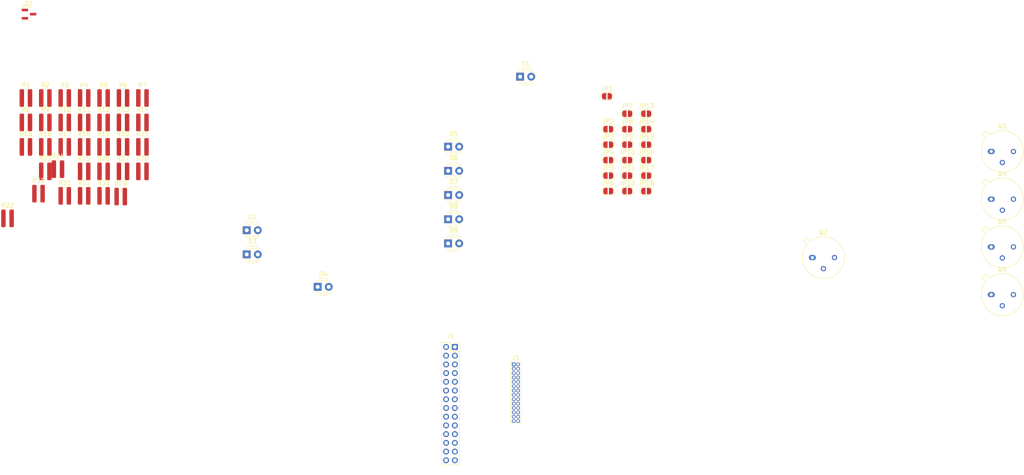
<source format=kicad_pcb>
(kicad_pcb (version 20240108) (generator "pcbnew") (generator_version "8.0")
  (layers (0 "F.Cu" signal) (31 "B.Cu" signal) (34 "B.Paste" user) (35 "F.Paste" user) (36 "B.SilkS" user "B.Silkscreen") (37 "F.SilkS" user "F.Silkscreen") (38 "B.Mask" user) (39 "F.Mask" user) (44 "Edge.Cuts" user))
  (net 0 "")
  (net 1 "GND")
  (net 2 "Net-(Q1-B)")
  (net 3 "Net-(D1-K)")
  (net 4 "Net-(Q2-B)")
  (net 5 "Net-(D5-K)")
  (net 7 "Net-(D1-A)")
  (net 8 "/BATT")
  (net 9 "Net-(JP2-A)")
  (net 10 "/PWM Left")
  (net 12 "Net-(JP3-A)")
  (net 13 "Net-(D5-A)")
  (net 15 "Net-(JP4-B)")
  (net 18 "Net-(JP8-A)")
  (net 19 "Net-(D6-A)")
  (net 20 "Net-(JP7-A)")
  (net 21 "Net-(JP7-B)")
  (net 22 "Net-(JP11-A)")
  (net 23 "Net-(JP10-A)")
  (net 24 "Net-(D7-A)")
  (net 25 "Net-(JP10-B)")
  (net 26 "Net-(JP13-A)")
  (net 27 "Net-(D8-A)")
  (net 28 "Net-(JP13-B)")
  (net 29 "Net-(JP14-A)")
  (net 30 "Net-(JP16-A)")
  (net 31 "Net-(D9-A)")
  (net 32 "Net-(JP16-B)")
  (net 33 "Net-(JP17-A)")
  (net 34 "/Signal Left")
  (net 35 "/Signal Centre")
  (net 36 "/Signal Right")
  (net 47 "/PWM Centre")
  (net 51 "/3V3")
  (net 58 "/PWM Right")
  (net 61 "Net-(D7-K)")
  (net 62 "Net-(D8-K)")
  (net 63 "Net-(D9-K)")
  (net 64 "Net-(Q3-B)")
  (net 67 "Net-(Q4-B)")
  (net 68 "Net-(Q5-B)")
  (net 69 "Net-(Q6-B)")
  (net 70 "Net-(JP2-B)")
  (net 71 "Net-(JP1-A)")
  (footprint "Connector_PinSocket_2.00mm:PinSocket_2x14_P2.00mm_Vertical" (layer "F.Cu") (at 200 -37.5)
    (property "Reference" "J1" (at -1 -2.5 0) (layer "F.SilkS"))
    (property "Value" "Conn_02x14_Odd_Even_MountingPin")
    (pad "1" thru_hole rect (at 0 0) (size 1.35 1.35) (drill 0.8) (layers "*.Cu" "*.Mask"))
    (pad "2" thru_hole oval (at -2 0) (size 1.35 1.35) (drill 0.8) (layers "*.Cu" "*.Mask") (net 51 "/3V3"))
    (pad "3" thru_hole oval (at 0 2) (size 1.35 1.35) (drill 0.8) (layers "*.Cu" "*.Mask"))
    (pad "4" thru_hole oval (at -2 2) (size 1.35 1.35) (drill 0.8) (layers "*.Cu" "*.Mask") (net 8 "/BATT"))
    (pad "5" thru_hole oval (at 0 4) (size 1.35 1.35) (drill 0.8) (layers "*.Cu" "*.Mask") (net 34 "/Signal Left"))
    (pad "6" thru_hole oval (at -2 4) (size 1.35 1.35) (drill 0.8) (layers "*.Cu" "*.Mask"))
    (pad "7" thru_hole oval (at 0 6) (size 1.35 1.35) (drill 0.8) (layers "*.Cu" "*.Mask") (net 35 "/Signal Centre"))
    (pad "8" thru_hole oval (at -2 6) (size 1.35 1.35) (drill 0.8) (layers "*.Cu" "*.Mask") (net 10 "/PWM Left"))
    (pad "9" thru_hole oval (at 0 8) (size 1.35 1.35) (drill 0.8) (layers "*.Cu" "*.Mask") (net 1 "GND"))
    (pad "10" thru_hole oval (at -2 8) (size 1.35 1.35) (drill 0.8) (layers "*.Cu" "*.Mask") (net 47 "/PWM Centre"))
    (pad "11" thru_hole oval (at 0 10) (size 1.35 1.35) (drill 0.8) (layers "*.Cu" "*.Mask") (net 36 "/Signal Right"))
    (pad "12" thru_hole oval (at -2 10) (size 1.35 1.35) (drill 0.8) (layers "*.Cu" "*.Mask") (net 58 "/PWM Right"))
    (pad "13" thru_hole oval (at 0 12) (size 1.35 1.35) (drill 0.8) (layers "*.Cu" "*.Mask"))
    (pad "14" thru_hole oval (at -2 12) (size 1.35 1.35) (drill 0.8) (layers "*.Cu" "*.Mask"))
    (pad "15" thru_hole oval (at 0 14) (size 1.35 1.35) (drill 0.8) (layers "*.Cu" "*.Mask"))
    (pad "16" thru_hole oval (at -2 14) (size 1.35 1.35) (drill 0.8) (layers "*.Cu" "*.Mask"))
    (pad "17" thru_hole oval (at 0 16) (size 1.35 1.35) (drill 0.8) (layers "*.Cu" "*.Mask"))
    (pad "18" thru_hole oval (at -2 16) (size 1.35 1.35) (drill 0.8) (layers "*.Cu" "*.Mask"))
    (pad "19" thru_hole oval (at 0 18) (size 1.35 1.35) (drill 0.8) (layers "*.Cu" "*.Mask"))
    (pad "20" thru_hole oval (at -2 18) (size 1.35 1.35) (drill 0.8) (layers "*.Cu" "*.Mask"))
    (pad "21" thru_hole oval (at 0 20) (size 1.35 1.35) (drill 0.8) (layers "*.Cu" "*.Mask"))
    (pad "22" thru_hole oval (at -2 20) (size 1.35 1.35) (drill 0.8) (layers "*.Cu" "*.Mask"))
    (pad "23" thru_hole oval (at 0 22) (size 1.35 1.35) (drill 0.8) (layers "*.Cu" "*.Mask"))
    (pad "24" thru_hole oval (at -2 22) (size 1.35 1.35) (drill 0.8) (layers "*.Cu" "*.Mask"))
    (pad "25" thru_hole oval (at 0 24) (size 1.35 1.35) (drill 0.8) (layers "*.Cu" "*.Mask"))
    (pad "26" thru_hole oval (at -2 24) (size 1.35 1.35) (drill 0.8) (layers "*.Cu" "*.Mask"))
    (pad "27" thru_hole oval (at 0 26) (size 1.35 1.35) (drill 0.8) (layers "*.Cu" "*.Mask"))
    (pad "28" thru_hole oval (at -2 26) (size 1.35 1.35) (drill 0.8) (layers "*.Cu" "*.Mask"))
  )
  (footprint "Jumper:SolderJumper-2_P1.3mm_Open_RoundedPad1.0x1.5mm" (layer "F.Cu") (at 239.5 -80.35)
    (property "Reference" "JP10" (at 0 -1.8 0) (layer "F.SilkS"))
    (property "Value" "Jumper_2_Open")
    (pad "1" smd custom (at -0.65 0) (size 1 0.5) (layers "F.Cu" "F.Mask") (net 23 "Net-(JP10-A)") (options (clearance outline) (anchor rect)) (primitives (gr_circle (center 0 0.25) (end 0.5 0.25) (width 0) (fill yes)) (gr_circle (center 0 -0.25) (end 0.5 -0.25) (width 0) (fill yes)) (gr_poly (pts (xy 0.5 0.75) (xy 0 0.75) (xy 0 -0.75) (xy 0.5 -0.75)) (width 0) (fill yes))))
    (pad "2" smd custom (at 0.65 0) (size 1 0.5) (layers "F.Cu" "F.Mask") (net 25 "Net-(JP10-B)") (options (clearance outline) (anchor rect)) (primitives (gr_circle (center 0 0.25) (end 0.5 0.25) (width 0) (fill yes)) (gr_circle (center 0 -0.25) (end 0.5 -0.25) (width 0) (fill yes)) (gr_poly (pts (xy 0 0.75) (xy -0.5 0.75) (xy -0.5 -0.75) (xy 0 -0.75)) (width 0) (fill yes))))
  )
  (footprint "Jumper:SolderJumper-2_P1.3mm_Open_RoundedPad1.0x1.5mm" (layer "F.Cu") (at 243.85 -76.8)
    (property "Reference" "JP17" (at 0 -1.8 0) (layer "F.SilkS"))
    (property "Value" "Jumper_2_Open")
    (pad "1" smd custom (at -0.65 0) (size 1 0.5) (layers "F.Cu" "F.Mask") (net 33 "Net-(JP17-A)") (options (clearance outline) (anchor rect)) (primitives (gr_circle (center 0 0.25) (end 0.5 0.25) (width 0) (fill yes)) (gr_circle (center 0 -0.25) (end 0.5 -0.25) (width 0) (fill yes)) (gr_poly (pts (xy 0.5 0.75) (xy 0 0.75) (xy 0 -0.75) (xy 0.5 -0.75)) (width 0) (fill yes))))
    (pad "2" smd custom (at 0.65 0) (size 1 0.5) (layers "F.Cu" "F.Mask") (net 10 "/PWM Left") (options (clearance outline) (anchor rect)) (primitives (gr_circle (center 0 0.25) (end 0.5 0.25) (width 0) (fill yes)) (gr_circle (center 0 -0.25) (end 0.5 -0.25) (width 0) (fill yes)) (gr_poly (pts (xy 0 0.75) (xy -0.5 0.75) (xy -0.5 -0.75) (xy 0 -0.75)) (width 0) (fill yes))))
  )
  (footprint "Jumper:SolderJumper-2_P1.3mm_Open_RoundedPad1.0x1.5mm" (layer "F.Cu") (at 239.5 -91)
    (property "Reference" "JP7" (at 0 -1.8 0) (layer "F.SilkS"))
    (property "Value" "Jumper_2_Open")
    (pad "1" smd custom (at -0.65 0) (size 1 0.5) (layers "F.Cu" "F.Mask") (net 20 "Net-(JP7-A)") (options (clearance outline) (anchor rect)) (primitives (gr_circle (center 0 0.25) (end 0.5 0.25) (width 0) (fill yes)) (gr_circle (center 0 -0.25) (end 0.5 -0.25) (width 0) (fill yes)) (gr_poly (pts (xy 0.5 0.75) (xy 0 0.75) (xy 0 -0.75) (xy 0.5 -0.75)) (width 0) (fill yes))))
    (pad "2" smd custom (at 0.65 0) (size 1 0.5) (layers "F.Cu" "F.Mask") (net 21 "Net-(JP7-B)") (options (clearance outline) (anchor rect)) (primitives (gr_circle (center 0 0.25) (end 0.5 0.25) (width 0) (fill yes)) (gr_circle (center 0 -0.25) (end 0.5 -0.25) (width 0) (fill yes)) (gr_poly (pts (xy 0 0.75) (xy -0.5 0.75) (xy -0.5 -0.75) (xy 0 -0.75)) (width 0) (fill yes))))
  )
  (footprint "LED_THT:LED_D3.0mm_IRBlack" (layer "F.Cu") (at 198.46 -61.25)
    (property "Reference" "D9" (at 1.27 -2.96 0) (layer "F.SilkS"))
    (property "Value" "SFH4544")
    (pad "1" thru_hole rect (at 0 0) (size 1.8 1.8) (drill 0.9) (layers "*.Cu" "*.Mask") (net 63 "Net-(D9-K)"))
    (pad "2" thru_hole circle (at 2.54 0) (size 1.8 1.8) (drill 0.9) (layers "*.Cu" "*.Mask") (net 31 "Net-(D9-A)"))
  )
  (footprint "Jumper:SolderJumper-2_P1.3mm_Open_RoundedPad1.0x1.5mm" (layer "F.Cu") (at 239.5 -83.9)
    (property "Reference" "JP9" (at 0 -1.8 0) (layer "F.SilkS"))
    (property "Value" "Jumper_2_Open")
    (pad "1" smd custom (at -0.65 0) (size 1 0.5) (layers "F.Cu" "F.Mask") (net 21 "Net-(JP7-B)") (options (clearance outline) (anchor rect)) (primitives (gr_circle (center 0 0.25) (end 0.5 0.25) (width 0) (fill yes)) (gr_circle (center 0 -0.25) (end 0.5 -0.25) (width 0) (fill yes)) (gr_poly (pts (xy 0.5 0.75) (xy 0 0.75) (xy 0 -0.75) (xy 0.5 -0.75)) (width 0) (fill yes))))
    (pad "2" smd custom (at 0.65 0) (size 1 0.5) (layers "F.Cu" "F.Mask") (net 8 "/BATT") (options (clearance outline) (anchor rect)) (primitives (gr_circle (center 0 0.25) (end 0.5 0.25) (width 0) (fill yes)) (gr_circle (center 0 -0.25) (end 0.5 -0.25) (width 0) (fill yes)) (gr_poly (pts (xy 0 0.75) (xy -0.5 0.75) (xy -0.5 -0.75) (xy 0 -0.75)) (width 0) (fill yes))))
  )
  (footprint "Package_TO_SOT_THT:TO-39-3" (layer "F.Cu") (at 322.92 -82.35)
    (property "Reference" "Q3" (at 2.54 -5.82 0) (layer "F.SilkS"))
    (property "Value" "S5805")
    (pad "1" thru_hole oval (at 0 0) (size 1.6 1.2) (drill 0.7) (layers "*.Cu" "*.Mask"))
    (pad "2" thru_hole oval (at 2.54 2.54) (size 1.2 1.2) (drill 0.7) (layers "*.Cu" "*.Mask") (net 64 "Net-(Q3-B)"))
    (pad "3" thru_hole oval (at 5.08 0) (size 1.2 1.2) (drill 0.7) (layers "*.Cu" "*.Mask"))
  )
  (footprint "Jumper:SolderJumper-2_P1.3mm_Open_RoundedPad1.0x1.5mm" (layer "F.Cu") (at 243.85 -87.45)
    (property "Reference" "JP14" (at 0 -1.8 0) (layer "F.SilkS"))
    (property "Value" "Jumper_2_Open")
    (pad "1" smd custom (at -0.65 0) (size 1 0.5) (layers "F.Cu" "F.Mask") (net 29 "Net-(JP14-A)") (options (clearance outline) (anchor rect)) (primitives (gr_circle (center 0 0.25) (end 0.5 0.25) (width 0) (fill yes)) (gr_circle (center 0 -0.25) (end 0.5 -0.25) (width 0) (fill yes)) (gr_poly (pts (xy 0.5 0.75) (xy 0 0.75) (xy 0 -0.75) (xy 0.5 -0.75)) (width 0) (fill yes))))
    (pad "2" smd custom (at 0.65 0) (size 1 0.5) (layers "F.Cu" "F.Mask") (net 10 "/PWM Left") (options (clearance outline) (anchor rect)) (primitives (gr_circle (center 0 0.25) (end 0.5 0.25) (width 0) (fill yes)) (gr_circle (center 0 -0.25) (end 0.5 -0.25) (width 0) (fill yes)) (gr_poly (pts (xy 0 0.75) (xy -0.5 0.75) (xy -0.5 -0.75) (xy 0 -0.75)) (width 0) (fill yes))))
  )
  (footprint "Jumper:SolderJumper-2_P1.3mm_Open_RoundedPad1.0x1.5mm" (layer "F.Cu") (at 243.85 -73.25)
    (property "Reference" "JP18" (at 0 -1.8 0) (layer "F.SilkS"))
    (property "Value" "Jumper_2_Open")
    (pad "1" smd custom (at -0.65 0) (size 1 0.5) (layers "F.Cu" "F.Mask") (net 32 "Net-(JP16-B)") (options (clearance outline) (anchor rect)) (primitives (gr_circle (center 0 0.25) (end 0.5 0.25) (width 0) (fill yes)) (gr_circle (center 0 -0.25) (end 0.5 -0.25) (width 0) (fill yes)) (gr_poly (pts (xy 0.5 0.75) (xy 0 0.75) (xy 0 -0.75) (xy 0.5 -0.75)) (width 0) (fill yes))))
    (pad "2" smd custom (at 0.65 0) (size 1 0.5) (layers "F.Cu" "F.Mask") (net 8 "/BATT") (options (clearance outline) (anchor rect)) (primitives (gr_circle (center 0 0.25) (end 0.5 0.25) (width 0) (fill yes)) (gr_circle (center 0 -0.25) (end 0.5 -0.25) (width 0) (fill yes)) (gr_poly (pts (xy 0 0.75) (xy -0.5 0.75) (xy -0.5 -0.75) (xy 0 -0.75)) (width 0) (fill yes))))
  )
  (footprint "Jumper:SolderJumper-2_P1.3mm_Open_RoundedPad1.0x1.5mm" (layer "F.Cu") (at 235.15 -80.35)
    (property "Reference" "JP4" (at 0 -1.8 0) (layer "F.SilkS"))
    (property "Value" "Jumper_2_Open")
    (pad "1" smd custom (at -0.65 0) (size 1 0.5) (layers "F.Cu" "F.Mask") (options (clearance outline) (anchor rect)) (primitives (gr_circle (center 0 0.25) (end 0.5 0.25) (width 0) (fill yes)) (gr_circle (center 0 -0.25) (end 0.5 -0.25) (width 0) (fill yes)) (gr_poly (pts (xy 0.5 0.75) (xy 0 0.75) (xy 0 -0.75) (xy 0.5 -0.75)) (width 0) (fill yes))))
    (pad "2" smd custom (at 0.65 0) (size 1 0.5) (layers "F.Cu" "F.Mask") (net 15 "Net-(JP4-B)") (options (clearance outline) (anchor rect)) (primitives (gr_circle (center 0 0.25) (end 0.5 0.25) (width 0) (fill yes)) (gr_circle (center 0 -0.25) (end 0.5 -0.25) (width 0) (fill yes)) (gr_poly (pts (xy 0 0.75) (xy -0.5 0.75) (xy -0.5 -0.75) (xy 0 -0.75)) (width 0) (fill yes))))
  )
  (footprint "Resistor_SMD:R_0815_2038Metric" (layer "F.Cu") (at 110.6125 -94.61)
    (property "Reference" "R3" (at 0 -2.98 0) (layer "F.SilkS"))
    (property "Value" "15")
    (pad "1" smd roundrect (at -0.9375 0) (size 1.025 4.05) (layers "F.Cu" "F.Paste" "F.Mask") (roundrect_rratio 0.243902) (net 9 "Net-(JP2-A)"))
    (pad "2" smd roundrect (at 0.9375 0) (size 1.025 4.05) (layers "F.Cu" "F.Paste" "F.Mask") (roundrect_rratio 0.243902) (net 7 "Net-(D1-A)"))
  )
  (footprint "Resistor_SMD:R_0815_2038Metric" (layer "F.Cu") (at 123.4375 -72)
    (property "Reference" "R29" (at 0 -2.98 0) (layer "F.SilkS"))
    (property "Value" "8.2")
    (pad "1" smd roundrect (at -0.9375 0) (size 1.025 4.05) (layers "F.Cu" "F.Paste" "F.Mask") (roundrect_rratio 0.243902) (net 10 "/PWM Left"))
    (pad "2" smd roundrect (at 0.9375 0) (size 1.025 4.05) (layers "F.Cu" "F.Paste" "F.Mask") (roundrect_rratio 0.243902) (net 69 "Net-(Q6-B)"))
  )
  (footprint "Resistor_SMD:R_0815_2038Metric" (layer "F.Cu") (at 123.9625 -83.39)
    (property "Reference" "R20" (at 0 -2.98 0) (layer "F.SilkS"))
    (property "Value" "15")
    (pad "1" smd roundrect (at -0.9375 0) (size 1.025 4.05) (layers "F.Cu" "F.Paste" "F.Mask") (roundrect_rratio 0.243902) (net 8 "/BATT"))
    (pad "2" smd roundrect (at 0.9375 0) (size 1.025 4.05) (layers "F.Cu" "F.Paste" "F.Mask") (roundrect_rratio 0.243902) (net 24 "Net-(D7-A)"))
  )
  (footprint "Jumper:SolderJumper-2_P1.3mm_Open_RoundedPad1.0x1.5mm" (layer "F.Cu") (at 239.5 -73.25)
    (property "Reference" "JP12" (at 0 -1.8 0) (layer "F.SilkS"))
    (property "Value" "Jumper_2_Open")
    (pad "1" smd custom (at -0.65 0) (size 1 0.5) (layers "F.Cu" "F.Mask") (net 25 "Net-(JP10-B)") (options (clearance outline) (anchor rect)) (primitives (gr_circle (center 0 0.25) (end 0.5 0.25) (width 0) (fill yes)) (gr_circle (center 0 -0.25) (end 0.5 -0.25) (width 0) (fill yes)) (gr_poly (pts (xy 0.5 0.75) (xy 0 0.75) (xy 0 -0.75) (xy 0.5 -0.75)) (width 0) (fill yes))))
    (pad "2" smd custom (at 0.65 0) (size 1 0.5) (layers "F.Cu" "F.Mask") (net 8 "/BATT") (options (clearance outline) (anchor rect)) (primitives (gr_circle (center 0 0.25) (end 0.5 0.25) (width 0) (fill yes)) (gr_circle (center 0 -0.25) (end 0.5 -0.25) (width 0) (fill yes)) (gr_poly (pts (xy 0 0.75) (xy -0.5 0.75) (xy -0.5 -0.75) (xy 0 -0.75)) (width 0) (fill yes))))
  )
  (footprint "Resistor_SMD:R_0815_2038Metric" (layer "F.Cu") (at 104.6 -72.67)
    (property "Reference" "R30" (at 0 -2.98 0) (layer "F.SilkS"))
    (property "Value" "21")
    (pad "1" smd roundrect (at -0.9375 0) (size 1.025 4.05) (layers "F.Cu" "F.Paste" "F.Mask") (roundrect_rratio 0.243902) (net 33 "Net-(JP17-A)"))
    (pad "2" smd roundrect (at 0.9375 0) (size 1.025 4.05) (layers "F.Cu" "F.Paste" "F.Mask") (roundrect_rratio 0.243902) (net 69 "Net-(Q6-B)"))
  )
  (footprint "Resistor_SMD:R_0815_2038Metric" (layer "F.Cu") (at 109.05 -78.28)
    (property "Reference" "R24" (at 0 -2.98 0) (layer "F.SilkS"))
    (property "Value" "8.2k")
    (pad "1" smd roundrect (at -0.9375 0) (size 1.025 4.05) (layers "F.Cu" "F.Paste" "F.Mask") (roundrect_rratio 0.243902) (net 10 "/PWM Left"))
    (pad "2" smd roundrect (at 0.9375 0) (size 1.025 4.05) (layers "F.Cu" "F.Paste" "F.Mask") (roundrect_rratio 0.243902) (net 68 "Net-(Q5-B)"))
  )
  (footprint "Resistor_SMD:R_0815_2038Metric" (layer "F.Cu") (at 123.9625 -89)
    (property "Reference" "R13" (at 0 -2.98 0) (layer "F.SilkS"))
    (property "Value" "15")
    (pad "1" smd roundrect (at -0.9375 0) (size 1.025 4.05) (layers "F.Cu" "F.Paste" "F.Mask") (roundrect_rratio 0.243902) (net 20 "Net-(JP7-A)"))
    (pad "2" smd roundrect (at 0.9375 0) (size 1.025 4.05) (layers "F.Cu" "F.Paste" "F.Mask") (roundrect_rratio 0.243902) (net 19 "Net-(D6-A)"))
  )
  (footprint "Resistor_SMD:R_0815_2038Metric" (layer "F.Cu") (at 115.0625 -83.39)
    (property "Reference" "R18" (at 0 -2.98 0) (layer "F.SilkS"))
    (property "Value" "15")
    (pad "1" smd roundrect (at -0.9375 0) (size 1.025 4.05) (layers "F.Cu" "F.Paste" "F.Mask") (roundrect_rratio 0.243902) (net 23 "Net-(JP10-A)"))
    (pad "2" smd roundrect (at 0.9375 0) (size 1.025 4.05) (layers "F.Cu" "F.Paste" "F.Mask") (roundrect_rratio 0.243902) (net 24 "Net-(D7-A)"))
  )
  (footprint "LED_THT:LED_D3.0mm_IRBlack" (layer "F.Cu") (at 152.31 -64.28)
    (property "Reference" "D2" (at 1.27 -2.96 0) (layer "F.SilkS"))
    (property "Value" "BPV22NF")
    (pad "1" thru_hole rect (at 0 0) (size 1.8 1.8) (drill 0.9) (layers "*.Cu" "*.Mask") (net 8 "/BATT"))
    (pad "2" thru_hole circle (at 2.54 0) (size 1.8 1.8) (drill 0.9) (layers "*.Cu" "*.Mask") (net 36 "/Signal Right"))
  )
  (footprint "Package_TO_SOT_SMD:SOT-23" (layer "F.Cu") (at 102.4225 -113.84)
    (property "Reference" "Q1" (at 0 -2.4 0) (layer "F.SilkS"))
    (property "Value" "SS8050")
    (pad "1" smd roundrect (at -0.9375 -0.95) (size 1.475 0.6) (layers "F.Cu" "F.Paste" "F.Mask") (net 1 "GND"))
    (pad "2" smd roundrect (at -0.9375 0.95) (size 1.475 0.6) (layers "F.Cu" "F.Paste" "F.Mask") (net 2 "Net-(Q1-B)"))
    (pad "3" smd roundrect (at 0.9375 0) (size 1.475 0.6) (layers "F.Cu" "F.Paste" "F.Mask") (net 3 "Net-(D1-K)"))
  )
  (footprint "Package_TO_SOT_THT:TO-39-3" (layer "F.Cu") (at 322.92 -71.4)
    (property "Reference" "Q4" (at 2.54 -5.82 0) (layer "F.SilkS"))
    (property "Value" "S5805")
    (pad "1" thru_hole oval (at 0 0) (size 1.6 1.2) (drill 0.7) (layers "*.Cu" "*.Mask") (net 1 "GND"))
    (pad "2" thru_hole oval (at 2.54 2.54) (size 1.2 1.2) (drill 0.7) (layers "*.Cu" "*.Mask") (net 67 "Net-(Q4-B)"))
    (pad "3" thru_hole oval (at 5.08 0) (size 1.2 1.2) (drill 0.7) (layers "*.Cu" "*.Mask") (net 61 "Net-(D7-K)"))
  )
  (footprint "Jumper:SolderJumper-2_P1.3mm_Open_RoundedPad1.0x1.5mm" (layer "F.Cu") (at 243.85 -83.9)
    (property "Reference" "JP15" (at 0 -1.8 0) (layer "F.SilkS"))
    (property "Value" "Jumper_2_Open")
    (pad "1" smd custom (at -0.65 0) (size 1 0.5) (layers "F.Cu" "F.Mask") (net 28 "Net-(JP13-B)") (options (clearance outline) (anchor rect)) (primitives (gr_circle (center 0 0.25) (end 0.5 0.25) (width 0) (fill yes)) (gr_circle (center 0 -0.25) (end 0.5 -0.25) (width 0) (fill yes)) (gr_poly (pts (xy 0.5 0.75) (xy 0 0.75) (xy 0 -0.75) (xy 0.5 -0.75)) (width 0) (fill yes))))
    (pad "2" smd custom (at 0.65 0) (size 1 0.5) (layers "F.Cu" "F.Mask") (net 8 "/BATT") (options (clearance outline) (anchor rect)) (primitives (gr_circle (center 0 0.25) (end 0.5 0.25) (width 0) (fill yes)) (gr_circle (center 0 -0.25) (end 0.5 -0.25) (width 0) (fill yes)) (gr_poly (pts (xy 0 0.75) (xy -0.5 0.75) (xy -0.5 -0.75) (xy 0 -0.75)) (width 0) (fill yes))))
  )
  (footprint "Package_TO_SOT_THT:TO-39-3" (layer "F.Cu") (at 322.92 -60.45)
    (property "Reference" "Q5" (at 2.54 -5.82 0) (layer "F.SilkS"))
    (property "Value" "S5805")
    (pad "1" thru_hole oval (at 0 0) (size 1.6 1.2) (drill 0.7) (layers "*.Cu" "*.Mask") (net 1 "GND"))
    (pad "2" thru_hole oval (at 2.54 2.54) (size 1.2 1.2) (drill 0.7) (layers "*.Cu" "*.Mask") (net 68 "Net-(Q5-B)"))
    (pad "3" thru_hole oval (at 5.08 0) (size 1.2 1.2) (drill 0.7) (layers "*.Cu" "*.Mask") (net 62 "Net-(D8-K)"))
  )
  (footprint "Resistor_SMD:R_0815_2038Metric" (layer "F.Cu") (at 128.4125 -77.78)
    (property "Reference" "R28" (at 0 -2.98 0) (layer "F.SilkS"))
    (property "Value" "15")
    (pad "1" smd roundrect (at -0.9375 0) (size 1.025 4.05) (layers "F.Cu" "F.Paste" "F.Mask") (roundrect_rratio 0.243902) (net 8 "/BATT"))
    (pad "2" smd roundrect (at 0.9375 0) (size 1.025 4.05) (layers "F.Cu" "F.Paste" "F.Mask") (roundrect_rratio 0.243902) (net 31 "Net-(D9-A)"))
  )
  (footprint "Package_TO_SOT_THT:TO-39-3" (layer "F.Cu") (at 281.92 -58)
    (property "Reference" "Q2" (at 2.54 -5.82 0) (layer "F.SilkS"))
    (property "Value" "S5805")
    (pad "1" thru_hole oval (at 0 0) (size 1.6 1.2) (drill 0.7) (layers "*.Cu" "*.Mask") (net 1 "GND"))
    (pad "2" thru_hole oval (at 2.54 2.54) (size 1.2 1.2) (drill 0.7) (layers "*.Cu" "*.Mask") (net 4 "Net-(Q2-B)"))
    (pad "3" thru_hole oval (at 5.08 0) (size 1.2 1.2) (drill 0.7) (layers "*.Cu" "*.Mask") (net 5 "Net-(D5-K)"))
  )
  (footprint "Jumper:SolderJumper-2_P1.3mm_Open_RoundedPad1.0x1.5mm" (layer "F.Cu") (at 239.5 -87.45)
    (property "Reference" "JP8" (at 0 -1.8 0) (layer "F.SilkS"))
    (property "Value" "Jumper_2_Open")
    (pad "1" smd custom (at -0.65 0) (size 1 0.5) (layers "F.Cu" "F.Mask") (net 18 "Net-(JP8-A)") (options (clearance outline) (anchor rect)) (primitives (gr_circle (center 0 0.25) (end 0.5 0.25) (width 0) (fill yes)) (gr_circle (center 0 -0.25) (end 0.5 -0.25) (width 0) (fill yes)) (gr_poly (pts (xy 0.5 0.75) (xy 0 0.75) (xy 0 -0.75) (xy 0.5 -0.75)) (width 0) (fill yes))))
    (pad "2" smd custom (at 0.65 0) (size 1 0.5) (layers "F.Cu" "F.Mask") (net 10 "/PWM Left") (options (clearance outline) (anchor rect)) (primitives (gr_circle (center 0 0.25) (end 0.5 0.25) (width 0) (fill yes)) (gr_circle (center 0 -0.25) (end 0.5 -0.25) (width 0) (fill yes)) (gr_poly (pts (xy 0 0.75) (xy -0.5 0.75) (xy -0.5 -0.75) (xy 0 -0.75)) (width 0) (fill yes))))
  )
  (footprint "Resistor_SMD:R_0815_2038Metric" (layer "F.Cu") (at 119.5125 -89)
    (property "Reference" "R12" (at 0 -2.98 0) (layer "F.SilkS"))
    (property "Value" "18k")
    (pad "1" smd roundrect (at -0.9375 0) (size 1.025 4.05) (layers "F.Cu" "F.Paste" "F.Mask") (roundrect_rratio 0.243902) (net 18 "Net-(JP8-A)"))
    (pad "2" smd roundrect (at 0.9375 0) (size 1.025 4.05) (layers "F.Cu" "F.Paste" "F.Mask") (roundrect_rratio 0.243902) (net 64 "Net-(Q3-B)"))
  )
  (footprint "Resistor_SMD:R_0815_2038Metric" (layer "F.Cu") (at 119.5125 -94.61)
    (property "Reference" "R5" (at 0 -2.98 0) (layer "F.SilkS"))
    (property "Value" "18k")
    (pad "1" smd roundrect (at -0.9375 0) (size 1.025 4.05) (layers "F.Cu" "F.Paste" "F.Mask") (roundrect_rratio 0.243902) (net 12 "Net-(JP3-A)"))
    (pad "2" smd roundrect (at 0.9375 0) (size 1.025 4.05) (layers "F.Cu" "F.Paste" "F.Mask") (roundrect_rratio 0.243902))
  )
  (footprint "Resistor_SMD:R_0815_2038Metric" (layer "F.Cu") (at 106.1625 -83.39)
    (property "Reference" "R16" (at 0 -2.98 0) (layer "F.SilkS"))
    (property "Value" "8.2k.")
    (pad "1" smd roundrect (at -0.9375 0) (size 1.025 4.05) (layers "F.Cu" "F.Paste" "F.Mask") (roundrect_rratio 0.243902) (net 10 "/PWM Left"))
    (pad "2" smd roundrect (at 0.9375 0) (size 1.025 4.05) (layers "F.Cu" "F.Paste" "F.Mask") (roundrect_rratio 0.243902) (net 67 "Net-(Q4-B)"))
  )
  (footprint "Resistor_SMD:R_0815_2038Metric" (layer "F.Cu") (at 119.5125 -77.78)
    (property "Reference" "R26" (at 0 -2.98 0) (layer "F.SilkS"))
    (property "Value" "15")
    (pad "1" smd roundrect (at -0.9375 0) (size 1.025 4.05) (layers "F.Cu" "F.Paste" "F.Mask") (roundrect_rratio 0.243902) (net 30 "Net-(JP16-A)"))
    (pad "2" smd roundrect (at 0.9375 0) (size 1.025 4.05) (layers "F.Cu" "F.Paste" "F.Mask") (roundrect_rratio 0.243902) (net 31 "Net-(D9-A)"))
  )
  (footprint "Resistor_SMD:R_0815_2038Metric" (layer "F.Cu") (at 110.6125 -83.39)
    (property "Reference" "R17" (at 0 -2.98 0) (layer "F.SilkS"))
    (property "Value" "18k")
    (pad "1" smd roundrect (at -0.9375 0) (size 1.025 4.05) (layers "F.Cu" "F.Paste" "F.Mask") (roundrect_rratio 0.243902) (net 22 "Net-(JP11-A)"))
    (pad "2" smd roundrect (at 0.9375 0) (size 1.025 4.05) (layers "F.Cu" "F.Paste" "F.Mask") (roundrect_rratio 0.243902) (net 67 "Net-(Q4-B)"))
  )
  (footprint "Resistor_SMD:R_0815_2038Metric" (layer "F.Cu") (at 110.6125 -89)
    (property "Reference" "R10" (at 0 -2.98 0) (layer "F.SilkS"))
    (property "Value" "18k")
    (pad "1" smd roundrect (at -0.9375 0) (size 1.025 4.05) (layers "F.Cu" "F.Paste" "F.Mask") (roundrect_rratio 0.243902))
    (pad "2" smd roundrect (at 0.9375 0) (size 1.025 4.05) (layers "F.Cu" "F.Paste" "F.Mask") (roundrect_rratio 0.243902))
  )
  (footprint "LED_THT:LED_D3.0mm_IRBlack" (layer "F.Cu") (at 152.31 -58.73)
    (property "Reference" "D3" (at 1.27 -2.96 0) (layer "F.SilkS"))
    (property "Value" "BPV22NF")
    (pad "1" thru_hole rect (at 0 0) (size 1.8 1.8) (drill 0.9) (layers "*.Cu" "*.Mask") (net 8 "/BATT"))
    (pad "2" thru_hole circle (at 2.54 0) (size 1.8 1.8) (drill 0.9) (layers "*.Cu" "*.Mask") (net 35 "/Signal Centre"))
  )
  (footprint "LED_THT:LED_D3.0mm_IRBlack" (layer "F.Cu") (at 198.46 -77.9)
    (property "Reference" "D6" (at 1.27 -2.96 0) (layer "F.SilkS"))
    (property "Value" "SFH4544")
    (pad "1" thru_hole rect (at 0 0) (size 1.8 1.8) (drill 0.9) (layers "*.Cu" "*.Mask"))
    (pad "2" thru_hole circle (at 2.54 0) (size 1.8 1.8) (drill 0.9) (layers "*.Cu" "*.Mask") (net 19 "Net-(D6-A)"))
  )
  (footprint "LED_THT:LED_D3.0mm_IRBlack" (layer "F.Cu") (at 168.575 -51.28)
    (property "Reference" "D4" (at 1.27 -2.96 0) (layer "F.SilkS"))
    (property "Value" "BPV22NF")
    (pad "1" thru_hole rect (at 0 0) (size 1.8 1.8) (drill 0.9) (layers "*.Cu" "*.Mask") (net 8 "/BATT"))
    (pad "2" thru_hole circle (at 2.54 0) (size 1.8 1.8) (drill 0.9) (layers "*.Cu" "*.Mask") (net 34 "/Signal Left"))
  )
  (footprint "Jumper:SolderJumper-2_P1.3mm_Open_RoundedPad1.0x1.5mm" (layer "F.Cu") (at 235.15 -76.8)
    (property "Reference" "JP5" (at 0 -1.8 0) (layer "F.SilkS"))
    (property "Value" "Jumper_2_Open")
    (pad "1" smd custom (at -0.65 0) (size 1 0.5) (layers "F.Cu" "F.Mask") (options (clearance outline) (anchor rect)) (primitives (gr_circle (center 0 0.25) (end 0.5 0.25) (width 0) (fill yes)) (gr_circle (center 0 -0.25) (end 0.5 -0.25) (width 0) (fill yes)) (gr_poly (pts (xy 0.5 0.75) (xy 0 0.75) (xy 0 -0.75) (xy 0.5 -0.75)) (width 0) (fill yes))))
    (pad "2" smd custom (at 0.65 0) (size 1 0.5) (layers "F.Cu" "F.Mask") (net 10 "/PWM Left") (options (clearance outline) (anchor rect)) (primitives (gr_circle (center 0 0.25) (end 0.5 0.25) (width 0) (fill yes)) (gr_circle (center 0 -0.25) (end 0.5 -0.25) (width 0) (fill yes)) (gr_poly (pts (xy 0 0.75) (xy -0.5 0.75) (xy -0.5 -0.75) (xy 0 -0.75)) (width 0) (fill yes))))
  )
  (footprint "Resistor_SMD:R_0815_2038Metric" (layer "F.Cu") (at 106.1625 -77.78)
    (property "Reference" "R23" (at 0 -2.98 0) (layer "F.SilkS"))
    (property "Value" "15")
    (pad "1" smd roundrect (at -0.9375 0) (size 1.025 4.05) (layers "F.Cu" "F.Paste" "F.Mask") (roundrect_rratio 0.243902) (net 8 "/BATT"))
    (pad "2" smd roundrect (at 0.9375 0) (size 1.025 4.05) (layers "F.Cu" "F.Paste" "F.Mask") (roundrect_rratio 0.243902) (net 27 "Net-(D8-A)"))
  )
  (footprint "Resistor_SMD:R_0815_2038Metric" (layer "F.Cu") (at 115.0625 -94.61)
    (property "Reference" "R4" (at 0 -2.98 0) (layer "F.SilkS"))
    (property "Value" "8.2k")
    (pad "1" smd roundrect (at -0.9375 0) (size 1.025 4.05) (layers "F.Cu" "F.Paste" "F.Mask") (roundrect_rratio 0.243902) (net 10 "/PWM Left"))
    (pad "2" smd roundrect (at 0.9375 0) (size 1.025 4.05) (layers "F.Cu" "F.Paste" "F.Mask") (roundrect_rratio 0.243902) (net 2 "Net-(Q1-B)"))
  )
  (footprint "LED_THT:LED_D3.0mm_IRBlack" (layer "F.Cu") (at 198.46 -83.45)
    (property "Reference" "D5" (at 1.27 -2.96 0) (layer "F.SilkS"))
    (property "Value" "SFH4544")
    (pad "1" thru_hole rect (at 0 0) (size 1.8 1.8) (drill 0.9) (layers "*.Cu" "*.Mask") (net 5 "Net-(D5-K)"))
    (pad "2" thru_hole circle (at 2.54 0) (size 1.8 1.8) (drill 0.9) (layers "*.Cu" "*.Mask") (net 13 "Net-(D5-A)"))
  )
  (footprint "Resistor_SMD:R_0815_2038Metric" (layer "F.Cu") (at 128.4125 -83.39)
    (property "Reference" "R21" (at 0 -2.98 0) (layer "F.SilkS"))
    (property "Value" "15")
    (pad "1" smd roundrect (at -0.9375 0) (size 1.025 4.05) (layers "F.Cu" "F.Paste" "F.Mask") (roundrect_rratio 0.243902) (net 26 "Net-(JP13-A)"))
    (pad "2" smd roundrect (at 0.9375 0) (size 1.025 4.05) (layers "F.Cu" "F.Paste" "F.Mask") (roundrect_rratio 0.243902) (net 27 "Net-(D8-A)"))
  )
  (footprint "Connector_PinHeader_1.00mm:PinHeader_2x14_P1.00mm_Vertical" (layer "F.Cu") (at 213.5 -33.5)
    (property "Reference" "J1" (at 0.5 -1.56 0) (layer "F.SilkS"))
    (property "Value" "Conn_02x14_Odd_Even")
    (pad "1" thru_hole rect (at 0 0) (size 0.85 0.85) (drill 0.5) (layers "*.Cu" "*.Mask"))
    (pad "2" thru_hole oval (at 1 0) (size 0.85 0.85) (drill 0.5) (layers "*.Cu" "*.Mask") (net 51 "/3V3"))
    (pad "3" thru_hole oval (at 0 1) (size 0.85 0.85) (drill 0.5) (layers "*.Cu" "*.Mask"))
    (pad "4" thru_hole oval (at 1 1) (size 0.85 0.85) (drill 0.5) (layers "*.Cu" "*.Mask") (net 8 "/BATT"))
    (pad "5" thru_hole oval (at 0 2) (size 0.85 0.85) (drill 0.5) (layers "*.Cu" "*.Mask") (net 34 "/Signal Left"))
    (pad "6" thru_hole oval (at 1 2) (size 0.85 0.85) (drill 0.5) (layers "*.Cu" "*.Mask"))
    (pad "7" thru_hole oval (at 0 3) (size 0.85 0.85) (drill 0.5) (layers "*.Cu" "*.Mask") (net 35 "/Signal Centre"))
    (pad "8" thru_hole oval (at 1 3) (size 0.85 0.85) (drill 0.5) (layers "*.Cu" "*.Mask") (net 10 "/PWM Left"))
    (pad "9" thru_hole oval (at 0 4) (size 0.85 0.85) (drill 0.5) (layers "*.Cu" "*.Mask") (net 1 "GND"))
    (pad "10" thru_hole oval (at 1 4) (size 0.85 0.85) (drill 0.5) (layers "*.Cu" "*.Mask") (net 47 "/PWM Centre"))
    (pad "11" thru_hole oval (at 0 5) (size 0.85 0.85) (drill 0.5) (layers "*.Cu" "*.Mask") (net 36 "/Signal Right"))
    (pad "12" thru_hole oval (at 1 5) (size 0.85 0.85) (drill 0.5) (layers "*.Cu" "*.Mask") (net 58 "/PWM Right"))
    (pad "13" thru_hole oval (at 0 6) (size 0.85 0.85) (drill 0.5) (layers "*.Cu" "*.Mask"))
    (pad "14" thru_hole oval (at 1 6) (size 0.85 0.85) (drill 0.5) (layers "*.Cu" "*.Mask"))
    (pad "15" thru_hole oval (at 0 7) (size 0.85 0.85) (drill 0.5) (layers "*.Cu" "*.Mask"))
    (pad "16" thru_hole oval (at 1 7) (size 0.85 0.85) (drill 0.5) (layers "*.Cu" "*.Mask"))
    (pad "17" thru_hole oval (at 0 8) (size 0.85 0.85) (drill 0.5) (layers "*.Cu" "*.Mask"))
    (pad "18" thru_hole oval (at 1 8) (size 0.85 0.85) (drill 0.5) (layers "*.Cu" "*.Mask"))
    (pad "19" thru_hole oval (at 0 9) (size 0.85 0.85) (drill 0.5) (layers "*.Cu" "*.Mask"))
    (pad "20" thru_hole oval (at 1 9) (size 0.85 0.85) (drill 0.5) (layers "*.Cu" "*.Mask"))
    (pad "21" thru_hole oval (at 0 10) (size 0.85 0.85) (drill 0.5) (layers "*.Cu" "*.Mask"))
    (pad "22" thru_hole oval (at 1 10) (size 0.85 0.85) (drill 0.5) (layers "*.Cu" "*.Mask"))
    (pad "23" thru_hole oval (at 0 11) (size 0.85 0.85) (drill 0.5) (layers "*.Cu" "*.Mask"))
    (pad "24" thru_hole oval (at 1 11) (size 0.85 0.85) (drill 0.5) (layers "*.Cu" "*.Mask"))
    (pad "25" thru_hole oval (at 0 12) (size 0.85 0.85) (drill 0.5) (layers "*.Cu" "*.Mask"))
    (pad "26" thru_hole oval (at 1 12) (size 0.85 0.85) (drill 0.5) (layers "*.Cu" "*.Mask"))
    (pad "27" thru_hole oval (at 0 13) (size 0.85 0.85) (drill 0.5) (layers "*.Cu" "*.Mask"))
    (pad "28" thru_hole oval (at 1 13) (size 0.85 0.85) (drill 0.5) (layers "*.Cu" "*.Mask"))
  )
  (footprint "Resistor_SMD:R_0815_2038Metric" (layer "F.Cu") (at 123.9625 -77.78)
    (property "Reference" "R27" (at 0 -2.98 0) (layer "F.SilkS"))
    (property "Value" "15")
    (pad "1" smd roundrect (at -0.9375 0) (size 1.025 4.05) (layers "F.Cu" "F.Paste" "F.Mask") (roundrect_rratio 0.243902) (net 32 "Net-(JP16-B)"))
    (pad "2" smd roundrect (at 0.9375 0) (size 1.025 4.05) (layers "F.Cu" "F.Paste" "F.Mask") (roundrect_rratio 0.243902) (net 31 "Net-(D9-A)"))
  )
  (footprint "Resistor_SMD:R_0815_2038Metric" (layer "F.Cu") (at 119.5125 -72.17)
    (property "Reference" "R33" (at 0 -2.98 0) (layer "F.SilkS"))
    (property "Value" "21")
    (pad "1" smd roundrect (at -0.9375 0) (size 1.025 4.05) (layers "F.Cu" "F.Paste" "F.Mask") (roundrect_rratio 0.243902) (net 36 "/Signal Right"))
    (pad "2" smd roundrect (at 0.9375 0) (size 1.025 4.05) (layers "F.Cu" "F.Paste" "F.Mask") (roundrect_rratio 0.243902) (net 1 "GND"))
  )
  (footprint "Resistor_SMD:R_0815_2038Metric" (layer "F.Cu") (at 110.6125 -72.17)
    (property "Reference" "R31" (at 0 -2.98 0) (layer "F.SilkS"))
    (property "Value" "21")
    (pad "1" smd roundrect (at -0.9375 0) (size 1.025 4.05) (layers "F.Cu" "F.Paste" "F.Mask") (roundrect_rratio 0.243902) (net 34 "/Signal Left"))
    (pad "2" smd roundrect (at 0.9375 0) (size 1.025 4.05) (layers "F.Cu" "F.Paste" "F.Mask") (roundrect_rratio 0.243902) (net 1 "GND"))
  )
  (footprint "Resistor_SMD:R_0815_2038Metric" (layer "F.Cu") (at 101.7125 -89)
    (property "Reference" "R8" (at 0 -2.98 0) (layer "F.SilkS"))
    (property "Value" "15")
    (pad "1" smd roundrect (at -0.9375 0) (size 1.025 4.05) (layers "F.Cu" "F.Paste" "F.Mask") (roundrect_rratio 0.243902) (net 8 "/BATT"))
    (pad "2" smd roundrect (at 0.9375 0) (size 1.025 4.05) (layers "F.Cu" "F.Paste" "F.Mask") (roundrect_rratio 0.243902) (net 13 "Net-(D5-A)"))
  )
  (footprint "Resistor_SMD:R_0815_2038Metric" (layer "F.Cu") (at 97.5 -67)
    (property "Reference" "R22" (at 0 -2.98 0) (layer "F.SilkS"))
    (property "Value" "15")
    (pad "1" smd roundrect (at -0.9375 0) (size 1.025 4.05) (layers "F.Cu" "F.Paste" "F.Mask") (roundrect_rratio 0.243902) (net 28 "Net-(JP13-B)"))
    (pad "2" smd roundrect (at 0.9375 0) (size 1.025 4.05) (layers "F.Cu" "F.Paste" "F.Mask") (roundrect_rratio 0.243902) (net 27 "Net-(D8-A)"))
  )
  (footprint "Jumper:SolderJumper-2_P1.3mm_Open_RoundedPad1.0x1.5mm" (layer "F.Cu") (at 243.85 -91)
    (property "Reference" "JP13" (at 0 -1.8 0) (layer "F.SilkS"))
    (property "Value" "Jumper_2_Open")
    (pad "1" smd custom (at -0.65 0) (size 1 0.5) (layers "F.Cu" "F.Mask") (net 26 "Net-(JP13-A)") (options (clearance outline) (anchor rect)) (primitives (gr_circle (center 0 0.25) (end 0.5 0.25) (width 0) (fill yes)) (gr_circle (center 0 -0.25) (end 0.5 -0.25) (width 0) (fill yes)) (gr_poly (pts (xy 0.5 0.75) (xy 0 0.75) (xy 0 -0.75) (xy 0.5 -0.75)) (width 0) (fill yes))))
    (pad "2" smd custom (at 0.65 0) (size 1 0.5) (layers "F.Cu" "F.Mask") (net 28 "Net-(JP13-B)") (options (clearance outline) (anchor rect)) (primitives (gr_circle (center 0 0.25) (end 0.5 0.25) (width 0) (fill yes)) (gr_circle (center 0 -0.25) (end 0.5 -0.25) (width 0) (fill yes)) (gr_poly (pts (xy 0 0.75) (xy -0.5 0.75) (xy -0.5 -0.75) (xy 0 -0.75)) (width 0) (fill yes))))
  )
  (footprint "Jumper:SolderJumper-2_P1.3mm_Open_RoundedPad1.0x1.5mm" (layer "F.Cu") (at 235.15 -73.25)
    (property "Reference" "JP6" (at 0 -1.8 0) (layer "F.SilkS"))
    (property "Value" "Jumper_2_Open")
    (pad "1" smd custom (at -0.65 0) (size 1 0.5) (layers "F.Cu" "F.Mask") (net 15 "Net-(JP4-B)") (options (clearance outline) (anchor rect)) (primitives (gr_circle (center 0 0.25) (end 0.5 0.25) (width 0) (fill yes)) (gr_circle (center 0 -0.25) (end 0.5 -0.25) (width 0) (fill yes)) (gr_poly (pts (xy 0.5 0.75) (xy 0 0.75) (xy 0 -0.75) (xy 0.5 -0.75)) (width 0) (fill yes))))
    (pad "2" smd custom (at 0.65 0) (size 1 0.5) (layers "F.Cu" "F.Mask") (net 8 "/BATT") (options (clearance outline) (anchor rect)) (primitives (gr_circle (center 0 0.25) (end 0.5 0.25) (width 0) (fill yes)) (gr_circle (center 0 -0.25) (end 0.5 -0.25) (width 0) (fill yes)) (gr_poly (pts (xy 0 0.75) (xy -0.5 0.75) (xy -0.5 -0.75) (xy 0 -0.75)) (width 0) (fill yes))))
  )
  (footprint "Resistor_SMD:R_0815_2038Metric" (layer "F.Cu") (at 119.5125 -83.39)
    (property "Reference" "R19" (at 0 -2.98 0) (layer "F.SilkS"))
    (property "Value" "15")
    (pad "1" smd roundrect (at -0.9375 0) (size 1.025 4.05) (layers "F.Cu" "F.Paste" "F.Mask") (roundrect_rratio 0.243902) (net 25 "Net-(JP10-B)"))
    (pad "2" smd roundrect (at 0.9375 0) (size 1.025 4.05) (layers "F.Cu" "F.Paste" "F.Mask") (roundrect_rratio 0.243902) (net 24 "Net-(D7-A)"))
  )
  (footprint "Jumper:SolderJumper-2_P1.3mm_Open_RoundedPad1.0x1.5mm" (layer "F.Cu") (at 235.15 -83.9)
    (property "Reference" "JP3" (at 0 -1.8 0) (layer "F.SilkS"))
    (property "Value" "Jumper_2_Open")
    (pad "1" smd custom (at -0.65 0) (size 1 0.5) (layers "F.Cu" "F.Mask") (net 12 "Net-(JP3-A)") (options (clearance outline) (anchor rect)) (primitives (gr_circle (center 0 0.25) (end 0.5 0.25) (width 0) (fill yes)) (gr_circle (center 0 -0.25) (end 0.5 -0.25) (width 0) (fill yes)) (gr_poly (pts (xy 0.5 0.75) (xy 0 0.75) (xy 0 -0.75) (xy 0.5 -0.75)) (width 0) (fill yes))))
    (pad "2" smd custom (at 0.65 0) (size 1 0.5) (layers "F.Cu" "F.Mask") (net 10 "/PWM Left") (options (clearance outline) (anchor rect)) (primitives (gr_circle (center 0 0.25) (end 0.5 0.25) (width 0) (fill yes)) (gr_circle (center 0 -0.25) (end 0.5 -0.25) (width 0) (fill yes)) (gr_poly (pts (xy 0 0.75) (xy -0.5 0.75) (xy -0.5 -0.75) (xy 0 -0.75)) (width 0) (fill yes))))
  )
  (footprint "Resistor_SMD:R_0815_2038Metric" (layer "F.Cu") (at 123.9625 -94.61)
    (property "Reference" "R6" (at 0 -2.98 0) (layer "F.SilkS"))
    (property "Value" "15")
    (pad "1" smd roundrect (at -0.9375 0) (size 1.025 4.05) (layers "F.Cu" "F.Paste" "F.Mask") (roundrect_rratio 0.243902))
    (pad "2" smd roundrect (at 0.9375 0) (size 1.025 4.05) (layers "F.Cu" "F.Paste" "F.Mask") (roundrect_rratio 0.243902) (net 13 "Net-(D5-A)"))
  )
  (footprint "Resistor_SMD:R_0815_2038Metric" (layer "F.Cu") (at 128.4125 -94.61)
    (property "Reference" "R7" (at 0 -2.98 0) (layer "F.SilkS"))
    (property "Value" "15")
    (pad "1" smd roundrect (at -0.9375 0) (size 1.025 4.05) (layers "F.Cu" "F.Paste" "F.Mask") (roundrect_rratio 0.243902) (net 15 "Net-(JP4-B)"))
    (pad "2" smd roundrect (at 0.9375 0) (size 1.025 4.05) (layers "F.Cu" "F.Paste" "F.Mask") (roundrect_rratio 0.243902) (net 13 "Net-(D5-A)"))
  )
  (footprint "Resistor_SMD:R_0815_2038Metric" (layer "F.Cu") (at 128.4125 -89)
    (property "Reference" "R14" (at 0 -2.98 0) (layer "F.SilkS"))
    (property "Value" "15")
    (pad "1" smd roundrect (at -0.9375 0) (size 1.025 4.05) (layers "F.Cu" "F.Paste" "F.Mask") (roundrect_rratio 0.243902) (net 21 "Net-(JP7-B)"))
    (pad "2" smd roundrect (at 0.9375 0) (size 1.025 4.05) (layers "F.Cu" "F.Paste" "F.Mask") (roundrect_rratio 0.243902) (net 19 "Net-(D6-A)"))
  )
  (footprint "Resistor_SMD:R_0815_2038Metric" (layer "F.Cu") (at 115.0625 -89)
    (property "Reference" "R11" (at 0 -2.98 0) (layer "F.SilkS"))
    (property "Value" "8.2k")
    (pad "1" smd roundrect (at -0.9375 0) (size 1.025 4.05) (layers "F.Cu" "F.Paste" "F.Mask") (roundrect_rratio 0.243902) (net 10 "/PWM Left"))
    (pad "2" smd roundrect (at 0.9375 0) (size 1.025 4.05) (layers "F.Cu" "F.Paste" "F.Mask") (roundrect_rratio 0.243902) (net 64 "Net-(Q3-B)"))
  )
  (footprint "Resistor_SMD:R_0815_2038Metric" (layer "F.Cu") (at 101.7125 -94.61)
    (property "Reference" "R1" (at 0 -2.98 0) (layer "F.SilkS"))
    (property "Value" "15")
    (pad "1" smd roundrect (at -0.9375 0) (size 1.025 4.05) (layers "F.Cu" "F.Paste" "F.Mask") (roundrect_rratio 0.243902) (net 8 "/BATT"))
    (pad "2" smd roundrect (at 0.9375 0) (size 1.025 4.05) (layers "F.Cu" "F.Paste" "F.Mask") (roundrect_rratio 0.243902) (net 7 "Net-(D1-A)"))
  )
  (footprint "Jumper:SolderJumper-2_P1.3mm_Open_RoundedPad1.0x1.5mm" (layer "F.Cu") (at 239.5 -76.8)
    (property "Reference" "JP11" (at 0 -1.8 0) (layer "F.SilkS"))
    (property "Value" "Jumper_2_Open")
    (pad "1" smd custom (at -0.65 0) (size 1 0.5) (layers "F.Cu" "F.Mask") (net 22 "Net-(JP11-A)") (options (clearance outline) (anchor rect)) (primitives (gr_circle (center 0 0.25) (end 0.5 0.25) (width 0) (fill yes)) (gr_circle (center 0 -0.25) (end 0.5 -0.25) (width 0) (fill yes)) (gr_poly (pts (xy 0.5 0.75) (xy 0 0.75) (xy 0 -0.75) (xy 0.5 -0.75)) (width 0) (fill yes))))
    (pad "2" smd custom (at 0.65 0) (size 1 0.5) (layers "F.Cu" "F.Mask") (net 10 "/PWM Left") (options (clearance outline) (anchor rect)) (primitives (gr_circle (center 0 0.25) (end 0.5 0.25) (width 0) (fill yes)) (gr_circle (center 0 -0.25) (end 0.5 -0.25) (width 0) (fill yes)) (gr_poly (pts (xy 0 0.75) (xy -0.5 0.75) (xy -0.5 -0.75) (xy 0 -0.75)) (width 0) (fill yes))))
  )
  (footprint "Resistor_SMD:R_0815_2038Metric" (layer "F.Cu") (at 106.1625 -89)
    (property "Reference" "R9" (at 0 -2.98 0) (layer "F.SilkS"))
    (property "Value" "8.2k")
    (pad "1" smd roundrect (at -0.9375 0) (size 1.025 4.05) (layers "F.Cu" "F.Paste" "F.Mask") (roundrect_rratio 0.243902) (net 10 "/PWM Left"))
    (pad "2" smd roundrect (at 0.9375 0) (size 1.025 4.05) (layers "F.Cu" "F.Paste" "F.Mask") (roundrect_rratio 0.243902) (net 4 "Net-(Q2-B)"))
  )
  (footprint "Package_TO_SOT_THT:TO-39-3" (layer "F.Cu") (at 322.92 -49.5)
    (property "Reference" "Q6" (at 2.54 -5.82 0) (layer "F.SilkS"))
    (property "Value" "S5805")
    (pad "1" thru_hole oval (at 0 0) (size 1.6 1.2) (drill 0.7) (layers "*.Cu" "*.Mask") (net 1 "GND"))
    (pad "2" thru_hole oval (at 2.54 2.54) (size 1.2 1.2) (drill 0.7) (layers "*.Cu" "*.Mask") (net 69 "Net-(Q6-B)"))
    (pad "3" thru_hole oval (at 5.08 0) (size 1.2 1.2) (drill 0.7) (layers "*.Cu" "*.Mask") (net 63 "Net-(D9-K)"))
  )
  (footprint "Resistor_SMD:R_0815_2038Metric" (layer "F.Cu") (at 101.7125 -83.39)
    (property "Reference" "R15" (at 0 -2.98 0) (layer "F.SilkS"))
    (property "Value" "15")
    (pad "1" smd roundrect (at -0.9375 0) (size 1.025 4.05) (layers "F.Cu" "F.Paste" "F.Mask") (roundrect_rratio 0.243902) (net 8 "/BATT"))
    (pad "2" smd roundrect (at 0.9375 0) (size 1.025 4.05) (layers "F.Cu" "F.Paste" "F.Mask") (roundrect_rratio 0.243902) (net 19 "Net-(D6-A)"))
  )
  (footprint "Jumper:SolderJumper-2_P1.3mm_Open_RoundedPad1.0x1.5mm" (layer "F.Cu") (at 235.15 -87.45)
    (property "Reference" "JP2" (at 0 -1.8 0) (layer "F.SilkS"))
    (property "Value" "Jumper_2_Open")
    (pad "1" smd custom (at -0.65 0) (size 1 0.5) (layers "F.Cu" "F.Mask") (net 9 "Net-(JP2-A)") (options (clearance outline) (anchor rect)) (primitives (gr_circle (center 0 0.25) (end 0.5 0.25) (width 0) (fill yes)) (gr_circle (center 0 -0.25) (end 0.5 -0.25) (width 0) (fill yes)) (gr_poly (pts (xy 0.5 0.75) (xy 0 0.75) (xy 0 -0.75) (xy 0.5 -0.75)) (width 0) (fill yes))))
    (pad "2" smd custom (at 0.65 0) (size 1 0.5) (layers "F.Cu" "F.Mask") (net 70 "Net-(JP2-B)") (options (clearance outline) (anchor rect)) (primitives (gr_circle (center 0 0.25) (end 0.5 0.25) (width 0) (fill yes)) (gr_circle (center 0 -0.25) (end 0.5 -0.25) (width 0) (fill yes)) (gr_poly (pts (xy 0 0.75) (xy -0.5 0.75) (xy -0.5 -0.75) (xy 0 -0.75)) (width 0) (fill yes))))
  )
  (footprint "Resistor_SMD:R_0815_2038Metric" (layer "F.Cu") (at 115.0625 -72.17)
    (property "Reference" "R32" (at 0 -2.98 0) (layer "F.SilkS"))
    (property "Value" "21")
    (pad "1" smd roundrect (at -0.9375 0) (size 1.025 4.05) (layers "F.Cu" "F.Paste" "F.Mask") (roundrect_rratio 0.243902) (net 35 "/Signal Centre"))
    (pad "2" smd roundrect (at 0.9375 0) (size 1.025 4.05) (layers "F.Cu" "F.Paste" "F.Mask") (roundrect_rratio 0.243902) (net 1 "GND"))
  )
  (footprint "Jumper:SolderJumper-2_P1.3mm_Open_RoundedPad1.0x1.5mm" (layer "F.Cu") (at 243.85 -80.35)
    (property "Reference" "JP16" (at 0 -1.8 0) (layer "F.SilkS"))
    (property "Value" "Jumper_2_Open")
    (pad "1" smd custom (at -0.65 0) (size 1 0.5) (layers "F.Cu" "F.Mask") (net 30 "Net-(JP16-A)") (options (clearance outline) (anchor rect)) (primitives (gr_circle (center 0 0.25) (end 0.5 0.25) (width 0) (fill yes)) (gr_circle (center 0 -0.25) (end 0.5 -0.25) (width 0) (fill yes)) (gr_poly (pts (xy 0.5 0.75) (xy 0 0.75) (xy 0 -0.75) (xy 0.5 -0.75)) (width 0) (fill yes))))
    (pad "2" smd custom (at 0.65 0) (size 1 0.5) (layers "F.Cu" "F.Mask") (net 32 "Net-(JP16-B)") (options (clearance outline) (anchor rect)) (primitives (gr_circle (center 0 0.25) (end 0.5 0.25) (width 0) (fill yes)) (gr_circle (center 0 -0.25) (end 0.5 -0.25) (width 0) (fill yes)) (gr_poly (pts (xy 0 0.75) (xy -0.5 0.75) (xy -0.5 -0.75) (xy 0 -0.75)) (width 0) (fill yes))))
  )
  (footprint "LED_THT:LED_D3.0mm_IRBlack" (layer "F.Cu") (at 198.46 -66.8)
    (property "Reference" "D8" (at 1.27 -2.96 0) (layer "F.SilkS"))
    (property "Value" "SFH4544")
    (pad "1" thru_hole rect (at 0 0) (size 1.8 1.8) (drill 0.9) (layers "*.Cu" "*.Mask") (net 62 "Net-(D8-K)"))
    (pad "2" thru_hole circle (at 2.54 0) (size 1.8 1.8) (drill 0.9) (layers "*.Cu" "*.Mask") (net 27 "Net-(D8-A)"))
  )
  (footprint "LED_THT:LED_D3.0mm_IRBlack" (layer "F.Cu") (at 214.96 -99.5)
    (property "Reference" "D1" (at 1.27 -2.96 0) (layer "F.SilkS"))
    (property "Value" "SFH4544")
    (pad "1" thru_hole rect (at 0 0) (size 1.8 1.8) (drill 0.9) (layers "*.Cu" "*.Mask") (net 3 "Net-(D1-K)"))
    (pad "2" thru_hole circle (at 2.54 0) (size 1.8 1.8) (drill 0.9) (layers "*.Cu" "*.Mask") (net 7 "Net-(D1-A)"))
  )
  (footprint "LED_THT:LED_D3.0mm_IRBlack" (layer "F.Cu") (at 198.46 -72.35)
    (property "Reference" "D7" (at 1.27 -2.96 0) (layer "F.SilkS"))
    (property "Value" "SFH4544")
    (pad "1" thru_hole rect (at 0 0) (size 1.8 1.8) (drill 0.9) (layers "*.Cu" "*.Mask") (net 61 "Net-(D7-K)"))
    (pad "2" thru_hole circle (at 2.54 0) (size 1.8 1.8) (drill 0.9) (layers "*.Cu" "*.Mask") (net 24 "Net-(D7-A)"))
  )
  (footprint "Resistor_SMD:R_0815_2038Metric" (layer "F.Cu") (at 115.0625 -77.78)
    (property "Reference" "R25" (at 0 -2.98 0) (layer "F.SilkS"))
    (property "Value" "18k")
    (pad "1" smd roundrect (at -0.9375 0) (size 1.025 4.05) (layers "F.Cu" "F.Paste" "F.Mask") (roundrect_rratio 0.243902) (net 29 "Net-(JP14-A)"))
    (pad "2" smd roundrect (at 0.9375 0) (size 1.025 4.05) (layers "F.Cu" "F.Paste" "F.Mask") (roundrect_rratio 0.243902) (net 68 "Net-(Q5-B)"))
  )
  (footprint "Resistor_SMD:R_0815_2038Metric" (layer "F.Cu") (at 106.1625 -94.61)
    (property "Reference" "R2" (at 0 -2.98 0) (layer "F.SilkS"))
    (property "Value" "15")
    (pad "1" smd roundrect (at -0.9375 0) (size 1.025 4.05) (layers "F.Cu" "F.Paste" "F.Mask") (roundrect_rratio 0.243902) (net 70 "Net-(JP2-B)"))
    (pad "2" smd roundrect (at 0.9375 0) (size 1.025 4.05) (layers "F.Cu" "F.Paste" "F.Mask") (roundrect_rratio 0.243902) (net 7 "Net-(D1-A)"))
  )
  (footprint "Jumper:SolderJumper-2_P1.3mm_Open_RoundedPad1.0x1.5mm" (layer "F.Cu") (at 234.85 -95)
    (property "Reference" "JP1" (at 0 -1.8 0) (layer "F.SilkS"))
    (property "Value" "Jumper_2_Open")
    (pad "1" smd custom (at -0.65 0) (size 1 0.5) (layers "F.Cu" "F.Mask") (net 71 "Net-(JP1-A)") (options (clearance outline) (anchor rect)) (primitives (gr_circle (center 0 0.25) (end 0.5 0.25) (width 0) (fill yes)) (gr_circle (center 0 -0.25) (end 0.5 -0.25) (width 0) (fill yes)) (gr_poly (pts (xy 0.5 0.75) (xy 0 0.75) (xy 0 -0.75) (xy 0.5 -0.75)) (width 0) (fill yes))))
    (pad "2" smd custom (at 0.65 0) (size 1 0.5) (layers "F.Cu" "F.Mask") (net 8 "/BATT") (options (clearance outline) (anchor rect)) (primitives (gr_circle (center 0 0.25) (end 0.5 0.25) (width 0) (fill yes)) (gr_circle (center 0 -0.25) (end 0.5 -0.25) (width 0) (fill yes)) (gr_poly (pts (xy 0 0.75) (xy -0.5 0.75) (xy -0.5 -0.75) (xy 0 -0.75)) (width 0) (fill yes))))
  )
)
</source>
